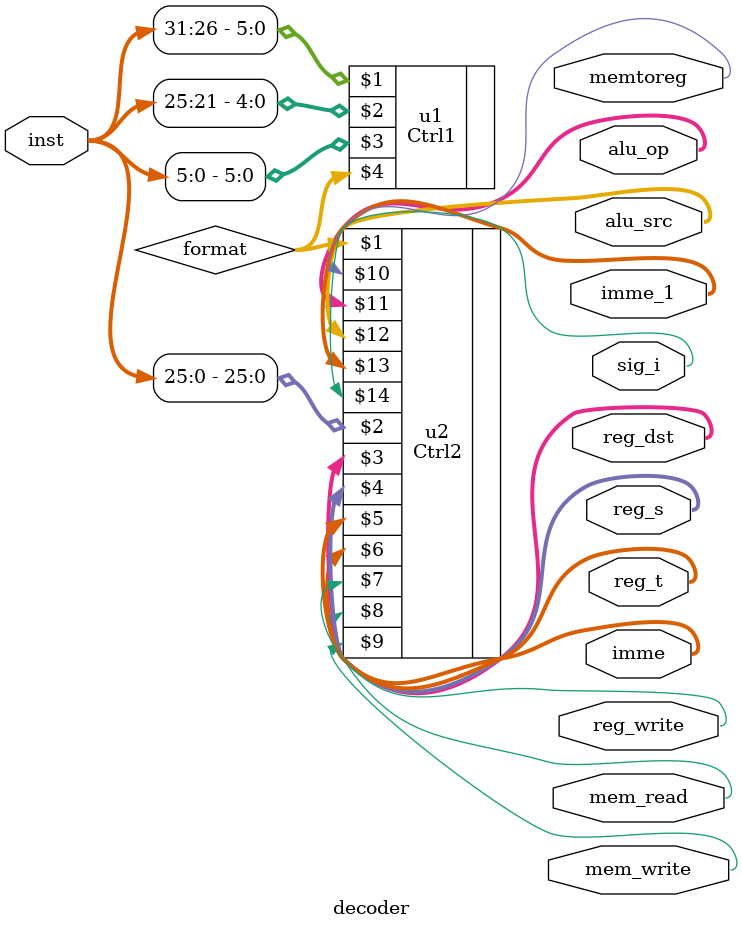
<source format=v>
module decoder(input [31:0] inst,
			output [4:0] reg_dst, reg_s, reg_t, imme,
			output reg_write, mem_read, mem_write, memtoreg,
			output [2:0] alu_op,
			output [1:0] alu_src,
			output [9:0] imme_1,
			output sig_i);

wire [3:0] format;

Ctrl1 u1 (inst[31:26],inst[25:21],inst[5:0],format);
Ctrl2 u2 (format,inst[25:0], reg_dst, reg_s, reg_t, imme, reg_write, mem_read, mem_write, memtoreg, alu_op,alu_src, imme_1, sig_i);

endmodule

</source>
